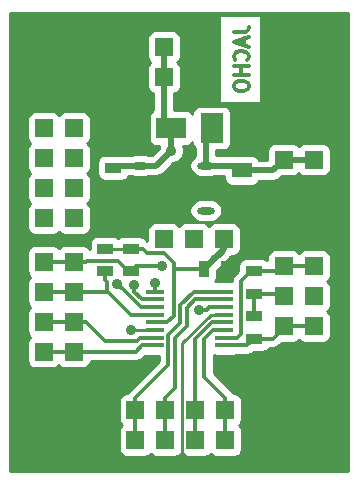
<source format=gbr>
G04 #@! TF.FileFunction,Copper,L2,Bot,Signal*
%FSLAX46Y46*%
G04 Gerber Fmt 4.6, Leading zero omitted, Abs format (unit mm)*
G04 Created by KiCad (PCBNEW 0.201503251001+5534~22~ubuntu14.04.1-product) date Čt 26. březen 2015, 00:38:27 CET*
%MOMM*%
G01*
G04 APERTURE LIST*
%ADD10C,0.300000*%
%ADD11R,1.524000X1.524000*%
%ADD12C,6.000000*%
%ADD13O,1.473200X0.609600*%
%ADD14R,1.397000X0.889000*%
%ADD15R,1.699260X1.300480*%
%ADD16R,2.499360X1.800860*%
%ADD17R,0.889000X1.397000*%
%ADD18R,1.950720X2.499360*%
%ADD19R,1.500000X0.450000*%
%ADD20C,0.889000*%
%ADD21C,0.500000*%
%ADD22C,0.254000*%
G04 APERTURE END LIST*
D10*
X19894952Y38087333D02*
X20780667Y38087333D01*
X20957810Y38146381D01*
X21075905Y38264476D01*
X21134952Y38441619D01*
X21134952Y38559714D01*
X20780667Y37555905D02*
X20780667Y36965428D01*
X21134952Y37674000D02*
X19894952Y37260666D01*
X21134952Y36847333D01*
X21016857Y35725428D02*
X21075905Y35784476D01*
X21134952Y35961619D01*
X21134952Y36079714D01*
X21075905Y36256857D01*
X20957810Y36374952D01*
X20839714Y36434000D01*
X20603524Y36493048D01*
X20426381Y36493048D01*
X20190190Y36434000D01*
X20072095Y36374952D01*
X19954000Y36256857D01*
X19894952Y36079714D01*
X19894952Y35961619D01*
X19954000Y35784476D01*
X20013048Y35725428D01*
X21134952Y35194000D02*
X19894952Y35194000D01*
X20485429Y35194000D02*
X20485429Y34485428D01*
X21134952Y34485428D02*
X19894952Y34485428D01*
X19894952Y33658761D02*
X19894952Y33422571D01*
X19954000Y33304476D01*
X20072095Y33186380D01*
X20308286Y33127333D01*
X20721619Y33127333D01*
X20957810Y33186380D01*
X21075905Y33304476D01*
X21134952Y33422571D01*
X21134952Y33658761D01*
X21075905Y33776857D01*
X20957810Y33894952D01*
X20721619Y33954000D01*
X20308286Y33954000D01*
X20072095Y33894952D01*
X19954000Y33776857D01*
X19894952Y33658761D01*
D11*
X11430000Y34290000D03*
X11430000Y36830000D03*
X13970000Y34290000D03*
X13970000Y36830000D03*
X16510000Y34290000D03*
X16510000Y36830000D03*
X3810000Y13589000D03*
X6350000Y13589000D03*
X3810000Y11049000D03*
X6350000Y11049000D03*
X6350000Y18669000D03*
X3810000Y18669000D03*
X3810000Y16129000D03*
X6350000Y16129000D03*
X24130000Y29845000D03*
X26670000Y29845000D03*
X24130000Y27305000D03*
X26670000Y27305000D03*
X24130000Y24765000D03*
X26670000Y24765000D03*
X11557000Y3556000D03*
X11557000Y6096000D03*
X14097000Y3556000D03*
X14097000Y6096000D03*
X16637000Y6096000D03*
X16637000Y3556000D03*
X19177000Y6096000D03*
X19177000Y3556000D03*
X6350000Y27432000D03*
X3810000Y27432000D03*
X3810000Y24892000D03*
X6350000Y24892000D03*
X6350000Y22352000D03*
X3810000Y22352000D03*
X3810000Y29972000D03*
X6350000Y29972000D03*
X13970000Y20574000D03*
X16510000Y20574000D03*
X19050000Y20574000D03*
X24130000Y20828000D03*
X26670000Y20828000D03*
X24130000Y18288000D03*
X26670000Y18288000D03*
X24130000Y15748000D03*
X26670000Y15748000D03*
X24130000Y13208000D03*
X26670000Y13208000D03*
X24130000Y10668000D03*
X26670000Y10668000D03*
D12*
X5080000Y35560000D03*
X5080000Y5080000D03*
X25400000Y35560000D03*
X25400000Y5080000D03*
D13*
X17526000Y26797000D03*
X17526000Y25527000D03*
X17526000Y24257000D03*
X17526000Y22987000D03*
X11938000Y22987000D03*
X11938000Y24257000D03*
X11938000Y25527000D03*
X11938000Y26797000D03*
D14*
X21590000Y15938500D03*
X21590000Y17843500D03*
X21590000Y14033500D03*
X21590000Y12128500D03*
X9017000Y19748500D03*
X9017000Y17843500D03*
X11176000Y19748500D03*
X11176000Y17843500D03*
D15*
X20574000Y22887940D03*
X20574000Y26388060D03*
D16*
X10574020Y29972000D03*
X14571980Y29972000D03*
D17*
X17335500Y18034000D03*
X19240500Y18034000D03*
D18*
X21107400Y29972000D03*
X18008600Y29972000D03*
D14*
X9652000Y26606500D03*
X9652000Y24701500D03*
D19*
X19079000Y16118000D03*
X19079000Y15468000D03*
X19079000Y14818000D03*
X19079000Y14168000D03*
X19079000Y13518000D03*
X19079000Y12868000D03*
X19079000Y12218000D03*
X19079000Y11568000D03*
X13179000Y11568000D03*
X13179000Y12218000D03*
X13179000Y12868000D03*
X13179000Y13518000D03*
X13179000Y14168000D03*
X13179000Y14818000D03*
X13179000Y15468000D03*
X13179000Y16118000D03*
D20*
X14605000Y28067000D03*
X24130000Y27305000D03*
X16930231Y14565769D03*
X13843000Y18288000D03*
X11477518Y16700488D03*
X10034704Y16777689D03*
X11176000Y12890500D03*
X13208000Y16890999D03*
D21*
X11938000Y26797000D02*
X13335000Y26797000D01*
X13335000Y26797000D02*
X14605000Y28067000D01*
X14605000Y28067000D02*
X14605000Y29938980D01*
X14605000Y29938980D02*
X14571980Y29972000D01*
X11938000Y26797000D02*
X9842500Y26797000D01*
X9842500Y26797000D02*
X9652000Y26606500D01*
X13970000Y36830000D02*
X13970000Y30573980D01*
X13970000Y30573980D02*
X14571980Y29972000D01*
D10*
X13970000Y36830000D02*
X13970000Y34290000D01*
D22*
X15493999Y2489199D02*
X16332198Y1651000D01*
X15493999Y11733959D02*
X15493999Y2489199D01*
X17928040Y14168000D02*
X15493999Y11733959D01*
X19079000Y14168000D02*
X17928040Y14168000D01*
X21971000Y1651000D02*
X25400000Y5080000D01*
X16332198Y1651000D02*
X21971000Y1651000D01*
D10*
X17335500Y18034000D02*
X17335500Y18288000D01*
X13179000Y13518000D02*
X14229000Y13518000D01*
X14229000Y13518000D02*
X14809448Y14098448D01*
X14809448Y14098448D02*
X14809448Y15253948D01*
X17335500Y17780000D02*
X17335500Y18034000D01*
D21*
X24130000Y27305000D02*
X26670000Y27305000D01*
X20574000Y26388060D02*
X23213060Y26388060D01*
X23213060Y26388060D02*
X24130000Y27305000D01*
X17526000Y26797000D02*
X20165060Y26797000D01*
X20165060Y26797000D02*
X20574000Y26388060D01*
X17526000Y26797000D02*
X17526000Y29489400D01*
X17526000Y29489400D02*
X18008600Y29972000D01*
D22*
X9017000Y19748500D02*
X11176000Y19748500D01*
X18605501Y19113501D02*
X19050000Y19558000D01*
X19050000Y19558000D02*
X19050000Y20574000D01*
X18161001Y19113501D02*
X18605501Y19113501D01*
X17335500Y18288000D02*
X18161001Y19113501D01*
D10*
X12174500Y19748500D02*
X11176000Y19748500D01*
X12515001Y19407999D02*
X12174500Y19748500D01*
X13978783Y19407999D02*
X12515001Y19407999D01*
X14809448Y18577334D02*
X13978783Y19407999D01*
X14809448Y17837150D02*
X14809448Y18577334D01*
X14809448Y15253948D02*
X14809448Y17837150D01*
X14809448Y17837150D02*
X14809448Y18040894D01*
X14816342Y18034000D02*
X17335500Y18034000D01*
X14809448Y18040894D02*
X14816342Y18034000D01*
D21*
X19050000Y19748500D02*
X17335500Y18034000D01*
X19050000Y20574000D02*
X19050000Y19748500D01*
D10*
X7366000Y13589000D02*
X6350000Y13589000D01*
X10883759Y11978499D02*
X8976501Y11978499D01*
X8976501Y11978499D02*
X7366000Y13589000D01*
X3810000Y13589000D02*
X6350000Y13589000D01*
X11949782Y12218000D02*
X11710281Y11978499D01*
X13179000Y12218000D02*
X11949782Y12218000D01*
X11710281Y11978499D02*
X10883759Y11978499D01*
X6350000Y11049000D02*
X3810000Y11049000D01*
X13179000Y11568000D02*
X12129000Y11568000D01*
X12129000Y11568000D02*
X11610000Y11049000D01*
X11610000Y11049000D02*
X7412000Y11049000D01*
X7412000Y11049000D02*
X6350000Y11049000D01*
X13843000Y18288000D02*
X11620500Y18288000D01*
X11620500Y18288000D02*
X11176000Y17843500D01*
X3810000Y18669000D02*
X6350000Y18669000D01*
X11499832Y18167332D02*
X11176000Y17843500D01*
X7412000Y18669000D02*
X6350000Y18669000D01*
X7435001Y18692001D02*
X7412000Y18669000D01*
X10038701Y18692001D02*
X7435001Y18692001D01*
X10887202Y17843500D02*
X10038701Y18692001D01*
X11176000Y17843500D02*
X10887202Y17843500D01*
X11469904Y18137404D02*
X11176000Y17843500D01*
X17827079Y14818000D02*
X17574848Y14565769D01*
X17574848Y14565769D02*
X16930231Y14565769D01*
X19079000Y14818000D02*
X17827079Y14818000D01*
X3810000Y16129000D02*
X6350000Y16129000D01*
X8047000Y16129000D02*
X7412000Y16129000D01*
X7412000Y16129000D02*
X6350000Y16129000D01*
X11217782Y14168000D02*
X9256782Y16129000D01*
X9256782Y16129000D02*
X8047000Y16129000D01*
X13179000Y14168000D02*
X11217782Y14168000D01*
X9186203Y16199579D02*
X9256782Y16129000D01*
X9186203Y16929797D02*
X9186203Y16199579D01*
X9017000Y17099000D02*
X9186203Y16929797D01*
X9017000Y17843500D02*
X9017000Y17099000D01*
X11557000Y3556000D02*
X11557000Y6096000D01*
X11557000Y7158000D02*
X11557000Y6096000D01*
X14333001Y9934001D02*
X11557000Y7158000D01*
X14333001Y12422001D02*
X14333001Y9934001D01*
X19079000Y16118000D02*
X16499000Y16118000D01*
X15363458Y14982458D02*
X15363458Y13452458D01*
X16499000Y16118000D02*
X15363458Y14982458D01*
X15363458Y13452458D02*
X14333001Y12422001D01*
X14097000Y3556000D02*
X14097000Y6096000D01*
X14097000Y7158000D02*
X14097000Y6096000D01*
X14887011Y7948011D02*
X14097000Y7158000D01*
X15917468Y13222980D02*
X14887011Y12192523D01*
X15917468Y14752980D02*
X15917468Y13222980D01*
X16632488Y15468000D02*
X15917468Y14752980D01*
X14887011Y12192523D02*
X14887011Y7948011D01*
X19079000Y15468000D02*
X16632488Y15468000D01*
X16637000Y3556000D02*
X16637000Y6096000D01*
X19079000Y13518000D02*
X18029000Y13518000D01*
X18029000Y13518000D02*
X16637000Y12126000D01*
X16637000Y12126000D02*
X16637000Y7158000D01*
X16637000Y7158000D02*
X16637000Y6096000D01*
X19177000Y3556000D02*
X19177000Y6096000D01*
X17399000Y12104512D02*
X17399000Y8936000D01*
X17399000Y8936000D02*
X19177000Y7158000D01*
X19177000Y7158000D02*
X19177000Y6096000D01*
X19079000Y12868000D02*
X18162488Y12868000D01*
X18162488Y12868000D02*
X17399000Y12104512D01*
X11477518Y16119482D02*
X11477518Y16700488D01*
X12129000Y15468000D02*
X11477518Y16119482D01*
X13179000Y15468000D02*
X12129000Y15468000D01*
X11994393Y14818000D02*
X10479203Y16333190D01*
X13179000Y14818000D02*
X11994393Y14818000D01*
X10479203Y16333190D02*
X10034704Y16777689D01*
D22*
X13179000Y12868000D02*
X11198500Y12868000D01*
X11198500Y12868000D02*
X11176000Y12890500D01*
D10*
X21463000Y15811500D02*
X21717000Y15811500D01*
X21590000Y14033500D02*
X21590000Y15938500D01*
X23939500Y15938500D02*
X24130000Y15748000D01*
X21590000Y15938500D02*
X23939500Y15938500D01*
X24130000Y18288000D02*
X26670000Y18288000D01*
X21590000Y17843500D02*
X23685500Y17843500D01*
X23685500Y17843500D02*
X24130000Y18288000D01*
X19079000Y12218000D02*
X20129000Y12218000D01*
X20129000Y12218000D02*
X20487499Y12576499D01*
X20487499Y12576499D02*
X20487499Y16994999D01*
X21336000Y17843500D02*
X21590000Y17843500D01*
X20487499Y16994999D02*
X21336000Y17843500D01*
X24130000Y18224500D02*
X24130000Y18288000D01*
X24130000Y13208000D02*
X26670000Y13208000D01*
X21029500Y11568000D02*
X21590000Y12128500D01*
X19079000Y11568000D02*
X21029500Y11568000D01*
X24130000Y13208000D02*
X24130000Y13081000D01*
X23177500Y12128500D02*
X21590000Y12128500D01*
X24130000Y13081000D02*
X23177500Y12128500D01*
X13179000Y16118000D02*
X13179000Y16861999D01*
X13179000Y16861999D02*
X13208000Y16890999D01*
D22*
G36*
X29541000Y939000D02*
X28079440Y939000D01*
X28079440Y12446000D01*
X28079440Y13970000D01*
X28032463Y14212123D01*
X27892673Y14424927D01*
X27814458Y14477723D01*
X27886927Y14525327D01*
X28029377Y14736360D01*
X28079440Y14986000D01*
X28079440Y16510000D01*
X28032463Y16752123D01*
X27892673Y16964927D01*
X27814458Y17017723D01*
X27886927Y17065327D01*
X28029377Y17276360D01*
X28079440Y17526000D01*
X28079440Y19050000D01*
X28079440Y26543000D01*
X28079440Y28067000D01*
X28032463Y28309123D01*
X27892673Y28521927D01*
X27681640Y28664377D01*
X27432000Y28714440D01*
X25908000Y28714440D01*
X25665877Y28667463D01*
X25453073Y28527673D01*
X25400277Y28449459D01*
X25352673Y28521927D01*
X25141640Y28664377D01*
X24892000Y28714440D01*
X23368000Y28714440D01*
X23125877Y28667463D01*
X22913073Y28527673D01*
X22770623Y28316640D01*
X22720560Y28067000D01*
X22720560Y27273060D01*
X22227000Y27273060D01*
X22227000Y32106143D01*
X22227000Y39521858D01*
X18621000Y39521858D01*
X18621000Y32106143D01*
X22227000Y32106143D01*
X22227000Y27273060D01*
X22025521Y27273060D01*
X22024093Y27280423D01*
X21884303Y27493227D01*
X21673270Y27635677D01*
X21423630Y27685740D01*
X19724370Y27685740D01*
X19705093Y27682000D01*
X18411000Y27682000D01*
X18411000Y28074880D01*
X18983960Y28074880D01*
X19226083Y28121857D01*
X19438887Y28261647D01*
X19581337Y28472680D01*
X19631400Y28722320D01*
X19631400Y31221680D01*
X19584423Y31463803D01*
X19444633Y31676607D01*
X19233600Y31819057D01*
X18983960Y31869120D01*
X17033240Y31869120D01*
X16791117Y31822143D01*
X16578313Y31682353D01*
X16435863Y31471320D01*
X16385800Y31221680D01*
X16385800Y31169847D01*
X16282333Y31327357D01*
X16071300Y31469807D01*
X15821660Y31519870D01*
X14855000Y31519870D01*
X14855000Y32904425D01*
X14974123Y32927537D01*
X15186927Y33067327D01*
X15329377Y33278360D01*
X15379440Y33528000D01*
X15379440Y35052000D01*
X15332463Y35294123D01*
X15192673Y35506927D01*
X15114458Y35559723D01*
X15186927Y35607327D01*
X15329377Y35818360D01*
X15379440Y36068000D01*
X15379440Y37592000D01*
X15332463Y37834123D01*
X15192673Y38046927D01*
X14981640Y38189377D01*
X14732000Y38239440D01*
X13208000Y38239440D01*
X12965877Y38192463D01*
X12753073Y38052673D01*
X12610623Y37841640D01*
X12560560Y37592000D01*
X12560560Y36068000D01*
X12607537Y35825877D01*
X12747327Y35613073D01*
X12825541Y35560278D01*
X12753073Y35512673D01*
X12610623Y35301640D01*
X12560560Y35052000D01*
X12560560Y33528000D01*
X12607537Y33285877D01*
X12747327Y33073073D01*
X12958360Y32930623D01*
X13085000Y32905227D01*
X13085000Y31473829D01*
X13080177Y31472893D01*
X12867373Y31333103D01*
X12724923Y31122070D01*
X12674860Y30872430D01*
X12674860Y29071570D01*
X12721837Y28829447D01*
X12861627Y28616643D01*
X13072660Y28474193D01*
X13322300Y28424130D01*
X13584427Y28424130D01*
X13525687Y28282668D01*
X13525649Y28239229D01*
X12968420Y27682000D01*
X12672169Y27682000D01*
X12396671Y27736800D01*
X11479329Y27736800D01*
X11203830Y27682000D01*
X10432478Y27682000D01*
X10350500Y27698440D01*
X8953500Y27698440D01*
X8711377Y27651463D01*
X8498573Y27511673D01*
X8356123Y27300640D01*
X8306060Y27051000D01*
X8306060Y26162000D01*
X8353037Y25919877D01*
X8492827Y25707073D01*
X8703860Y25564623D01*
X8953500Y25514560D01*
X10350500Y25514560D01*
X10592623Y25561537D01*
X10805427Y25701327D01*
X10947633Y25912000D01*
X11203830Y25912000D01*
X11479329Y25857200D01*
X12396671Y25857200D01*
X12672169Y25912000D01*
X13334994Y25912000D01*
X13335000Y25911999D01*
X13335000Y25912000D01*
X13617484Y25968190D01*
X13673674Y25979367D01*
X13673675Y25979367D01*
X13960790Y26171210D01*
X14776928Y26987350D01*
X14818784Y26987313D01*
X15215689Y27151311D01*
X15519622Y27454714D01*
X15684313Y27851332D01*
X15684687Y28280784D01*
X15625457Y28424130D01*
X15821660Y28424130D01*
X16063783Y28471107D01*
X16276587Y28610897D01*
X16385800Y28772691D01*
X16385800Y28722320D01*
X16432777Y28480197D01*
X16572567Y28267393D01*
X16641000Y28221200D01*
X16641000Y27620706D01*
X16402790Y27461539D01*
X16199067Y27156646D01*
X16127529Y26797000D01*
X16199067Y26437354D01*
X16402790Y26132461D01*
X16707683Y25928738D01*
X17067329Y25857200D01*
X17984671Y25857200D01*
X18260169Y25912000D01*
X19076930Y25912000D01*
X19076930Y25737820D01*
X19123907Y25495697D01*
X19263697Y25282893D01*
X19474730Y25140443D01*
X19724370Y25090380D01*
X21423630Y25090380D01*
X21665753Y25137357D01*
X21878557Y25277147D01*
X22021007Y25488180D01*
X22023991Y25503060D01*
X23213054Y25503060D01*
X23213060Y25503059D01*
X23213060Y25503060D01*
X23495544Y25559250D01*
X23551734Y25570427D01*
X23551735Y25570427D01*
X23838850Y25762270D01*
X23972139Y25895560D01*
X24892000Y25895560D01*
X25134123Y25942537D01*
X25346927Y26082327D01*
X25399722Y26160542D01*
X25447327Y26088073D01*
X25658360Y25945623D01*
X25908000Y25895560D01*
X27432000Y25895560D01*
X27674123Y25942537D01*
X27886927Y26082327D01*
X28029377Y26293360D01*
X28079440Y26543000D01*
X28079440Y19050000D01*
X28032463Y19292123D01*
X27892673Y19504927D01*
X27681640Y19647377D01*
X27432000Y19697440D01*
X25908000Y19697440D01*
X25665877Y19650463D01*
X25453073Y19510673D01*
X25400277Y19432459D01*
X25352673Y19504927D01*
X25141640Y19647377D01*
X24892000Y19697440D01*
X23368000Y19697440D01*
X23125877Y19650463D01*
X22913073Y19510673D01*
X22770623Y19299640D01*
X22720560Y19050000D01*
X22720560Y18762241D01*
X22538140Y18885377D01*
X22288500Y18935440D01*
X20891500Y18935440D01*
X20649377Y18888463D01*
X20436573Y18748673D01*
X20294123Y18537640D01*
X20244060Y18288000D01*
X20244060Y17861718D01*
X19932420Y17550078D01*
X19762254Y17295406D01*
X19702499Y16994999D01*
X19702499Y16990440D01*
X18329000Y16990440D01*
X18310551Y16986861D01*
X18377377Y17085860D01*
X18427440Y17335500D01*
X18427440Y17874361D01*
X19094437Y18541359D01*
X19144316Y18574686D01*
X19588815Y19019185D01*
X19588816Y19019185D01*
X19622146Y19069068D01*
X19675786Y19122708D01*
X19675789Y19122710D01*
X19675790Y19122710D01*
X19703752Y19164560D01*
X19703753Y19164560D01*
X19812000Y19164560D01*
X20054123Y19211537D01*
X20266927Y19351327D01*
X20409377Y19562360D01*
X20459440Y19812000D01*
X20459440Y21336000D01*
X20412463Y21578123D01*
X20272673Y21790927D01*
X20061640Y21933377D01*
X19812000Y21983440D01*
X18924471Y21983440D01*
X18924471Y22987000D01*
X18852933Y23346646D01*
X18649210Y23651539D01*
X18344317Y23855262D01*
X17984671Y23926800D01*
X17067329Y23926800D01*
X16707683Y23855262D01*
X16402790Y23651539D01*
X16199067Y23346646D01*
X16127529Y22987000D01*
X16199067Y22627354D01*
X16402790Y22322461D01*
X16707683Y22118738D01*
X17067329Y22047200D01*
X17984671Y22047200D01*
X18344317Y22118738D01*
X18649210Y22322461D01*
X18852933Y22627354D01*
X18924471Y22987000D01*
X18924471Y21983440D01*
X18288000Y21983440D01*
X18045877Y21936463D01*
X17833073Y21796673D01*
X17780277Y21718459D01*
X17732673Y21790927D01*
X17521640Y21933377D01*
X17272000Y21983440D01*
X15748000Y21983440D01*
X15505877Y21936463D01*
X15293073Y21796673D01*
X15240277Y21718459D01*
X15192673Y21790927D01*
X14981640Y21933377D01*
X14732000Y21983440D01*
X13208000Y21983440D01*
X12965877Y21936463D01*
X12753073Y21796673D01*
X12610623Y21585640D01*
X12560560Y21336000D01*
X12560560Y20416513D01*
X12474907Y20473745D01*
X12445787Y20479538D01*
X12335173Y20647927D01*
X12124140Y20790377D01*
X11874500Y20840440D01*
X10477500Y20840440D01*
X10235377Y20793463D01*
X10096103Y20701975D01*
X9965140Y20790377D01*
X9715500Y20840440D01*
X8318500Y20840440D01*
X8076377Y20793463D01*
X7863573Y20653673D01*
X7759440Y20499404D01*
X7759440Y21590000D01*
X7759440Y23114000D01*
X7712463Y23356123D01*
X7572673Y23568927D01*
X7494458Y23621723D01*
X7566927Y23669327D01*
X7709377Y23880360D01*
X7759440Y24130000D01*
X7759440Y25654000D01*
X7712463Y25896123D01*
X7572673Y26108927D01*
X7494458Y26161723D01*
X7566927Y26209327D01*
X7709377Y26420360D01*
X7759440Y26670000D01*
X7759440Y28194000D01*
X7712463Y28436123D01*
X7572673Y28648927D01*
X7494458Y28701723D01*
X7566927Y28749327D01*
X7709377Y28960360D01*
X7759440Y29210000D01*
X7759440Y30734000D01*
X7712463Y30976123D01*
X7572673Y31188927D01*
X7361640Y31331377D01*
X7112000Y31381440D01*
X5588000Y31381440D01*
X5345877Y31334463D01*
X5133073Y31194673D01*
X5080277Y31116459D01*
X5032673Y31188927D01*
X4821640Y31331377D01*
X4572000Y31381440D01*
X3048000Y31381440D01*
X2805877Y31334463D01*
X2593073Y31194673D01*
X2450623Y30983640D01*
X2400560Y30734000D01*
X2400560Y29210000D01*
X2447537Y28967877D01*
X2587327Y28755073D01*
X2665541Y28702278D01*
X2593073Y28654673D01*
X2450623Y28443640D01*
X2400560Y28194000D01*
X2400560Y26670000D01*
X2447537Y26427877D01*
X2587327Y26215073D01*
X2665541Y26162278D01*
X2593073Y26114673D01*
X2450623Y25903640D01*
X2400560Y25654000D01*
X2400560Y24130000D01*
X2447537Y23887877D01*
X2587327Y23675073D01*
X2665541Y23622278D01*
X2593073Y23574673D01*
X2450623Y23363640D01*
X2400560Y23114000D01*
X2400560Y21590000D01*
X2447537Y21347877D01*
X2587327Y21135073D01*
X2798360Y20992623D01*
X3048000Y20942560D01*
X4572000Y20942560D01*
X4814123Y20989537D01*
X5026927Y21129327D01*
X5079722Y21207542D01*
X5127327Y21135073D01*
X5338360Y20992623D01*
X5588000Y20942560D01*
X7112000Y20942560D01*
X7354123Y20989537D01*
X7566927Y21129327D01*
X7709377Y21340360D01*
X7759440Y21590000D01*
X7759440Y20499404D01*
X7721123Y20442640D01*
X7671060Y20193000D01*
X7671060Y19736151D01*
X7572673Y19885927D01*
X7361640Y20028377D01*
X7112000Y20078440D01*
X5588000Y20078440D01*
X5345877Y20031463D01*
X5133073Y19891673D01*
X5080277Y19813459D01*
X5032673Y19885927D01*
X4821640Y20028377D01*
X4572000Y20078440D01*
X3048000Y20078440D01*
X2805877Y20031463D01*
X2593073Y19891673D01*
X2450623Y19680640D01*
X2400560Y19431000D01*
X2400560Y17907000D01*
X2447537Y17664877D01*
X2587327Y17452073D01*
X2665541Y17399278D01*
X2593073Y17351673D01*
X2450623Y17140640D01*
X2400560Y16891000D01*
X2400560Y15367000D01*
X2447537Y15124877D01*
X2587327Y14912073D01*
X2665541Y14859278D01*
X2593073Y14811673D01*
X2450623Y14600640D01*
X2400560Y14351000D01*
X2400560Y12827000D01*
X2447537Y12584877D01*
X2587327Y12372073D01*
X2665541Y12319278D01*
X2593073Y12271673D01*
X2450623Y12060640D01*
X2400560Y11811000D01*
X2400560Y10287000D01*
X2447537Y10044877D01*
X2587327Y9832073D01*
X2798360Y9689623D01*
X3048000Y9639560D01*
X4572000Y9639560D01*
X4814123Y9686537D01*
X5026927Y9826327D01*
X5079722Y9904542D01*
X5127327Y9832073D01*
X5338360Y9689623D01*
X5588000Y9639560D01*
X7112000Y9639560D01*
X7354123Y9686537D01*
X7566927Y9826327D01*
X7709377Y10037360D01*
X7754827Y10264000D01*
X11610000Y10264000D01*
X11910406Y10323755D01*
X11910407Y10323755D01*
X12165079Y10493921D01*
X12377121Y10705964D01*
X12429000Y10695560D01*
X13548001Y10695560D01*
X13548001Y10259159D01*
X11001921Y7713079D01*
X10863181Y7505440D01*
X10795000Y7505440D01*
X10552877Y7458463D01*
X10340073Y7318673D01*
X10197623Y7107640D01*
X10147560Y6858000D01*
X10147560Y5334000D01*
X10194537Y5091877D01*
X10334327Y4879073D01*
X10412541Y4826278D01*
X10340073Y4778673D01*
X10197623Y4567640D01*
X10147560Y4318000D01*
X10147560Y2794000D01*
X10194537Y2551877D01*
X10334327Y2339073D01*
X10545360Y2196623D01*
X10795000Y2146560D01*
X12319000Y2146560D01*
X12561123Y2193537D01*
X12773927Y2333327D01*
X12826722Y2411542D01*
X12874327Y2339073D01*
X13085360Y2196623D01*
X13335000Y2146560D01*
X14859000Y2146560D01*
X15101123Y2193537D01*
X15313927Y2333327D01*
X15366722Y2411542D01*
X15414327Y2339073D01*
X15625360Y2196623D01*
X15875000Y2146560D01*
X17399000Y2146560D01*
X17641123Y2193537D01*
X17853927Y2333327D01*
X17906722Y2411542D01*
X17954327Y2339073D01*
X18165360Y2196623D01*
X18415000Y2146560D01*
X19939000Y2146560D01*
X20181123Y2193537D01*
X20393927Y2333327D01*
X20536377Y2544360D01*
X20586440Y2794000D01*
X20586440Y4318000D01*
X20539463Y4560123D01*
X20399673Y4772927D01*
X20321458Y4825723D01*
X20393927Y4873327D01*
X20536377Y5084360D01*
X20586440Y5334000D01*
X20586440Y6858000D01*
X20539463Y7100123D01*
X20399673Y7312927D01*
X20188640Y7455377D01*
X19939000Y7505440D01*
X19870818Y7505440D01*
X19732079Y7713079D01*
X18184000Y9261158D01*
X18184000Y10724639D01*
X18329000Y10695560D01*
X19829000Y10695560D01*
X20071123Y10742537D01*
X20132720Y10783000D01*
X21029500Y10783000D01*
X21329906Y10842755D01*
X21329907Y10842755D01*
X21584579Y11012921D01*
X21608218Y11036560D01*
X22288500Y11036560D01*
X22530623Y11083537D01*
X22743427Y11223327D01*
X22824545Y11343500D01*
X23177500Y11343500D01*
X23477906Y11403255D01*
X23477907Y11403255D01*
X23732579Y11573421D01*
X23957718Y11798560D01*
X24892000Y11798560D01*
X25134123Y11845537D01*
X25346927Y11985327D01*
X25399722Y12063542D01*
X25447327Y11991073D01*
X25658360Y11848623D01*
X25908000Y11798560D01*
X27432000Y11798560D01*
X27674123Y11845537D01*
X27886927Y11985327D01*
X28029377Y12196360D01*
X28079440Y12446000D01*
X28079440Y939000D01*
X939000Y939000D01*
X939000Y39701000D01*
X29541000Y39701000D01*
X29541000Y939000D01*
X29541000Y939000D01*
G37*
X29541000Y939000D02*
X28079440Y939000D01*
X28079440Y12446000D01*
X28079440Y13970000D01*
X28032463Y14212123D01*
X27892673Y14424927D01*
X27814458Y14477723D01*
X27886927Y14525327D01*
X28029377Y14736360D01*
X28079440Y14986000D01*
X28079440Y16510000D01*
X28032463Y16752123D01*
X27892673Y16964927D01*
X27814458Y17017723D01*
X27886927Y17065327D01*
X28029377Y17276360D01*
X28079440Y17526000D01*
X28079440Y19050000D01*
X28079440Y26543000D01*
X28079440Y28067000D01*
X28032463Y28309123D01*
X27892673Y28521927D01*
X27681640Y28664377D01*
X27432000Y28714440D01*
X25908000Y28714440D01*
X25665877Y28667463D01*
X25453073Y28527673D01*
X25400277Y28449459D01*
X25352673Y28521927D01*
X25141640Y28664377D01*
X24892000Y28714440D01*
X23368000Y28714440D01*
X23125877Y28667463D01*
X22913073Y28527673D01*
X22770623Y28316640D01*
X22720560Y28067000D01*
X22720560Y27273060D01*
X22227000Y27273060D01*
X22227000Y32106143D01*
X22227000Y39521858D01*
X18621000Y39521858D01*
X18621000Y32106143D01*
X22227000Y32106143D01*
X22227000Y27273060D01*
X22025521Y27273060D01*
X22024093Y27280423D01*
X21884303Y27493227D01*
X21673270Y27635677D01*
X21423630Y27685740D01*
X19724370Y27685740D01*
X19705093Y27682000D01*
X18411000Y27682000D01*
X18411000Y28074880D01*
X18983960Y28074880D01*
X19226083Y28121857D01*
X19438887Y28261647D01*
X19581337Y28472680D01*
X19631400Y28722320D01*
X19631400Y31221680D01*
X19584423Y31463803D01*
X19444633Y31676607D01*
X19233600Y31819057D01*
X18983960Y31869120D01*
X17033240Y31869120D01*
X16791117Y31822143D01*
X16578313Y31682353D01*
X16435863Y31471320D01*
X16385800Y31221680D01*
X16385800Y31169847D01*
X16282333Y31327357D01*
X16071300Y31469807D01*
X15821660Y31519870D01*
X14855000Y31519870D01*
X14855000Y32904425D01*
X14974123Y32927537D01*
X15186927Y33067327D01*
X15329377Y33278360D01*
X15379440Y33528000D01*
X15379440Y35052000D01*
X15332463Y35294123D01*
X15192673Y35506927D01*
X15114458Y35559723D01*
X15186927Y35607327D01*
X15329377Y35818360D01*
X15379440Y36068000D01*
X15379440Y37592000D01*
X15332463Y37834123D01*
X15192673Y38046927D01*
X14981640Y38189377D01*
X14732000Y38239440D01*
X13208000Y38239440D01*
X12965877Y38192463D01*
X12753073Y38052673D01*
X12610623Y37841640D01*
X12560560Y37592000D01*
X12560560Y36068000D01*
X12607537Y35825877D01*
X12747327Y35613073D01*
X12825541Y35560278D01*
X12753073Y35512673D01*
X12610623Y35301640D01*
X12560560Y35052000D01*
X12560560Y33528000D01*
X12607537Y33285877D01*
X12747327Y33073073D01*
X12958360Y32930623D01*
X13085000Y32905227D01*
X13085000Y31473829D01*
X13080177Y31472893D01*
X12867373Y31333103D01*
X12724923Y31122070D01*
X12674860Y30872430D01*
X12674860Y29071570D01*
X12721837Y28829447D01*
X12861627Y28616643D01*
X13072660Y28474193D01*
X13322300Y28424130D01*
X13584427Y28424130D01*
X13525687Y28282668D01*
X13525649Y28239229D01*
X12968420Y27682000D01*
X12672169Y27682000D01*
X12396671Y27736800D01*
X11479329Y27736800D01*
X11203830Y27682000D01*
X10432478Y27682000D01*
X10350500Y27698440D01*
X8953500Y27698440D01*
X8711377Y27651463D01*
X8498573Y27511673D01*
X8356123Y27300640D01*
X8306060Y27051000D01*
X8306060Y26162000D01*
X8353037Y25919877D01*
X8492827Y25707073D01*
X8703860Y25564623D01*
X8953500Y25514560D01*
X10350500Y25514560D01*
X10592623Y25561537D01*
X10805427Y25701327D01*
X10947633Y25912000D01*
X11203830Y25912000D01*
X11479329Y25857200D01*
X12396671Y25857200D01*
X12672169Y25912000D01*
X13334994Y25912000D01*
X13335000Y25911999D01*
X13335000Y25912000D01*
X13617484Y25968190D01*
X13673674Y25979367D01*
X13673675Y25979367D01*
X13960790Y26171210D01*
X14776928Y26987350D01*
X14818784Y26987313D01*
X15215689Y27151311D01*
X15519622Y27454714D01*
X15684313Y27851332D01*
X15684687Y28280784D01*
X15625457Y28424130D01*
X15821660Y28424130D01*
X16063783Y28471107D01*
X16276587Y28610897D01*
X16385800Y28772691D01*
X16385800Y28722320D01*
X16432777Y28480197D01*
X16572567Y28267393D01*
X16641000Y28221200D01*
X16641000Y27620706D01*
X16402790Y27461539D01*
X16199067Y27156646D01*
X16127529Y26797000D01*
X16199067Y26437354D01*
X16402790Y26132461D01*
X16707683Y25928738D01*
X17067329Y25857200D01*
X17984671Y25857200D01*
X18260169Y25912000D01*
X19076930Y25912000D01*
X19076930Y25737820D01*
X19123907Y25495697D01*
X19263697Y25282893D01*
X19474730Y25140443D01*
X19724370Y25090380D01*
X21423630Y25090380D01*
X21665753Y25137357D01*
X21878557Y25277147D01*
X22021007Y25488180D01*
X22023991Y25503060D01*
X23213054Y25503060D01*
X23213060Y25503059D01*
X23213060Y25503060D01*
X23495544Y25559250D01*
X23551734Y25570427D01*
X23551735Y25570427D01*
X23838850Y25762270D01*
X23972139Y25895560D01*
X24892000Y25895560D01*
X25134123Y25942537D01*
X25346927Y26082327D01*
X25399722Y26160542D01*
X25447327Y26088073D01*
X25658360Y25945623D01*
X25908000Y25895560D01*
X27432000Y25895560D01*
X27674123Y25942537D01*
X27886927Y26082327D01*
X28029377Y26293360D01*
X28079440Y26543000D01*
X28079440Y19050000D01*
X28032463Y19292123D01*
X27892673Y19504927D01*
X27681640Y19647377D01*
X27432000Y19697440D01*
X25908000Y19697440D01*
X25665877Y19650463D01*
X25453073Y19510673D01*
X25400277Y19432459D01*
X25352673Y19504927D01*
X25141640Y19647377D01*
X24892000Y19697440D01*
X23368000Y19697440D01*
X23125877Y19650463D01*
X22913073Y19510673D01*
X22770623Y19299640D01*
X22720560Y19050000D01*
X22720560Y18762241D01*
X22538140Y18885377D01*
X22288500Y18935440D01*
X20891500Y18935440D01*
X20649377Y18888463D01*
X20436573Y18748673D01*
X20294123Y18537640D01*
X20244060Y18288000D01*
X20244060Y17861718D01*
X19932420Y17550078D01*
X19762254Y17295406D01*
X19702499Y16994999D01*
X19702499Y16990440D01*
X18329000Y16990440D01*
X18310551Y16986861D01*
X18377377Y17085860D01*
X18427440Y17335500D01*
X18427440Y17874361D01*
X19094437Y18541359D01*
X19144316Y18574686D01*
X19588815Y19019185D01*
X19588816Y19019185D01*
X19622146Y19069068D01*
X19675786Y19122708D01*
X19675789Y19122710D01*
X19675790Y19122710D01*
X19703752Y19164560D01*
X19703753Y19164560D01*
X19812000Y19164560D01*
X20054123Y19211537D01*
X20266927Y19351327D01*
X20409377Y19562360D01*
X20459440Y19812000D01*
X20459440Y21336000D01*
X20412463Y21578123D01*
X20272673Y21790927D01*
X20061640Y21933377D01*
X19812000Y21983440D01*
X18924471Y21983440D01*
X18924471Y22987000D01*
X18852933Y23346646D01*
X18649210Y23651539D01*
X18344317Y23855262D01*
X17984671Y23926800D01*
X17067329Y23926800D01*
X16707683Y23855262D01*
X16402790Y23651539D01*
X16199067Y23346646D01*
X16127529Y22987000D01*
X16199067Y22627354D01*
X16402790Y22322461D01*
X16707683Y22118738D01*
X17067329Y22047200D01*
X17984671Y22047200D01*
X18344317Y22118738D01*
X18649210Y22322461D01*
X18852933Y22627354D01*
X18924471Y22987000D01*
X18924471Y21983440D01*
X18288000Y21983440D01*
X18045877Y21936463D01*
X17833073Y21796673D01*
X17780277Y21718459D01*
X17732673Y21790927D01*
X17521640Y21933377D01*
X17272000Y21983440D01*
X15748000Y21983440D01*
X15505877Y21936463D01*
X15293073Y21796673D01*
X15240277Y21718459D01*
X15192673Y21790927D01*
X14981640Y21933377D01*
X14732000Y21983440D01*
X13208000Y21983440D01*
X12965877Y21936463D01*
X12753073Y21796673D01*
X12610623Y21585640D01*
X12560560Y21336000D01*
X12560560Y20416513D01*
X12474907Y20473745D01*
X12445787Y20479538D01*
X12335173Y20647927D01*
X12124140Y20790377D01*
X11874500Y20840440D01*
X10477500Y20840440D01*
X10235377Y20793463D01*
X10096103Y20701975D01*
X9965140Y20790377D01*
X9715500Y20840440D01*
X8318500Y20840440D01*
X8076377Y20793463D01*
X7863573Y20653673D01*
X7759440Y20499404D01*
X7759440Y21590000D01*
X7759440Y23114000D01*
X7712463Y23356123D01*
X7572673Y23568927D01*
X7494458Y23621723D01*
X7566927Y23669327D01*
X7709377Y23880360D01*
X7759440Y24130000D01*
X7759440Y25654000D01*
X7712463Y25896123D01*
X7572673Y26108927D01*
X7494458Y26161723D01*
X7566927Y26209327D01*
X7709377Y26420360D01*
X7759440Y26670000D01*
X7759440Y28194000D01*
X7712463Y28436123D01*
X7572673Y28648927D01*
X7494458Y28701723D01*
X7566927Y28749327D01*
X7709377Y28960360D01*
X7759440Y29210000D01*
X7759440Y30734000D01*
X7712463Y30976123D01*
X7572673Y31188927D01*
X7361640Y31331377D01*
X7112000Y31381440D01*
X5588000Y31381440D01*
X5345877Y31334463D01*
X5133073Y31194673D01*
X5080277Y31116459D01*
X5032673Y31188927D01*
X4821640Y31331377D01*
X4572000Y31381440D01*
X3048000Y31381440D01*
X2805877Y31334463D01*
X2593073Y31194673D01*
X2450623Y30983640D01*
X2400560Y30734000D01*
X2400560Y29210000D01*
X2447537Y28967877D01*
X2587327Y28755073D01*
X2665541Y28702278D01*
X2593073Y28654673D01*
X2450623Y28443640D01*
X2400560Y28194000D01*
X2400560Y26670000D01*
X2447537Y26427877D01*
X2587327Y26215073D01*
X2665541Y26162278D01*
X2593073Y26114673D01*
X2450623Y25903640D01*
X2400560Y25654000D01*
X2400560Y24130000D01*
X2447537Y23887877D01*
X2587327Y23675073D01*
X2665541Y23622278D01*
X2593073Y23574673D01*
X2450623Y23363640D01*
X2400560Y23114000D01*
X2400560Y21590000D01*
X2447537Y21347877D01*
X2587327Y21135073D01*
X2798360Y20992623D01*
X3048000Y20942560D01*
X4572000Y20942560D01*
X4814123Y20989537D01*
X5026927Y21129327D01*
X5079722Y21207542D01*
X5127327Y21135073D01*
X5338360Y20992623D01*
X5588000Y20942560D01*
X7112000Y20942560D01*
X7354123Y20989537D01*
X7566927Y21129327D01*
X7709377Y21340360D01*
X7759440Y21590000D01*
X7759440Y20499404D01*
X7721123Y20442640D01*
X7671060Y20193000D01*
X7671060Y19736151D01*
X7572673Y19885927D01*
X7361640Y20028377D01*
X7112000Y20078440D01*
X5588000Y20078440D01*
X5345877Y20031463D01*
X5133073Y19891673D01*
X5080277Y19813459D01*
X5032673Y19885927D01*
X4821640Y20028377D01*
X4572000Y20078440D01*
X3048000Y20078440D01*
X2805877Y20031463D01*
X2593073Y19891673D01*
X2450623Y19680640D01*
X2400560Y19431000D01*
X2400560Y17907000D01*
X2447537Y17664877D01*
X2587327Y17452073D01*
X2665541Y17399278D01*
X2593073Y17351673D01*
X2450623Y17140640D01*
X2400560Y16891000D01*
X2400560Y15367000D01*
X2447537Y15124877D01*
X2587327Y14912073D01*
X2665541Y14859278D01*
X2593073Y14811673D01*
X2450623Y14600640D01*
X2400560Y14351000D01*
X2400560Y12827000D01*
X2447537Y12584877D01*
X2587327Y12372073D01*
X2665541Y12319278D01*
X2593073Y12271673D01*
X2450623Y12060640D01*
X2400560Y11811000D01*
X2400560Y10287000D01*
X2447537Y10044877D01*
X2587327Y9832073D01*
X2798360Y9689623D01*
X3048000Y9639560D01*
X4572000Y9639560D01*
X4814123Y9686537D01*
X5026927Y9826327D01*
X5079722Y9904542D01*
X5127327Y9832073D01*
X5338360Y9689623D01*
X5588000Y9639560D01*
X7112000Y9639560D01*
X7354123Y9686537D01*
X7566927Y9826327D01*
X7709377Y10037360D01*
X7754827Y10264000D01*
X11610000Y10264000D01*
X11910406Y10323755D01*
X11910407Y10323755D01*
X12165079Y10493921D01*
X12377121Y10705964D01*
X12429000Y10695560D01*
X13548001Y10695560D01*
X13548001Y10259159D01*
X11001921Y7713079D01*
X10863181Y7505440D01*
X10795000Y7505440D01*
X10552877Y7458463D01*
X10340073Y7318673D01*
X10197623Y7107640D01*
X10147560Y6858000D01*
X10147560Y5334000D01*
X10194537Y5091877D01*
X10334327Y4879073D01*
X10412541Y4826278D01*
X10340073Y4778673D01*
X10197623Y4567640D01*
X10147560Y4318000D01*
X10147560Y2794000D01*
X10194537Y2551877D01*
X10334327Y2339073D01*
X10545360Y2196623D01*
X10795000Y2146560D01*
X12319000Y2146560D01*
X12561123Y2193537D01*
X12773927Y2333327D01*
X12826722Y2411542D01*
X12874327Y2339073D01*
X13085360Y2196623D01*
X13335000Y2146560D01*
X14859000Y2146560D01*
X15101123Y2193537D01*
X15313927Y2333327D01*
X15366722Y2411542D01*
X15414327Y2339073D01*
X15625360Y2196623D01*
X15875000Y2146560D01*
X17399000Y2146560D01*
X17641123Y2193537D01*
X17853927Y2333327D01*
X17906722Y2411542D01*
X17954327Y2339073D01*
X18165360Y2196623D01*
X18415000Y2146560D01*
X19939000Y2146560D01*
X20181123Y2193537D01*
X20393927Y2333327D01*
X20536377Y2544360D01*
X20586440Y2794000D01*
X20586440Y4318000D01*
X20539463Y4560123D01*
X20399673Y4772927D01*
X20321458Y4825723D01*
X20393927Y4873327D01*
X20536377Y5084360D01*
X20586440Y5334000D01*
X20586440Y6858000D01*
X20539463Y7100123D01*
X20399673Y7312927D01*
X20188640Y7455377D01*
X19939000Y7505440D01*
X19870818Y7505440D01*
X19732079Y7713079D01*
X18184000Y9261158D01*
X18184000Y10724639D01*
X18329000Y10695560D01*
X19829000Y10695560D01*
X20071123Y10742537D01*
X20132720Y10783000D01*
X21029500Y10783000D01*
X21329906Y10842755D01*
X21329907Y10842755D01*
X21584579Y11012921D01*
X21608218Y11036560D01*
X22288500Y11036560D01*
X22530623Y11083537D01*
X22743427Y11223327D01*
X22824545Y11343500D01*
X23177500Y11343500D01*
X23477906Y11403255D01*
X23477907Y11403255D01*
X23732579Y11573421D01*
X23957718Y11798560D01*
X24892000Y11798560D01*
X25134123Y11845537D01*
X25346927Y11985327D01*
X25399722Y12063542D01*
X25447327Y11991073D01*
X25658360Y11848623D01*
X25908000Y11798560D01*
X27432000Y11798560D01*
X27674123Y11845537D01*
X27886927Y11985327D01*
X28029377Y12196360D01*
X28079440Y12446000D01*
X28079440Y939000D01*
X939000Y939000D01*
X939000Y39701000D01*
X29541000Y39701000D01*
X29541000Y939000D01*
M02*

</source>
